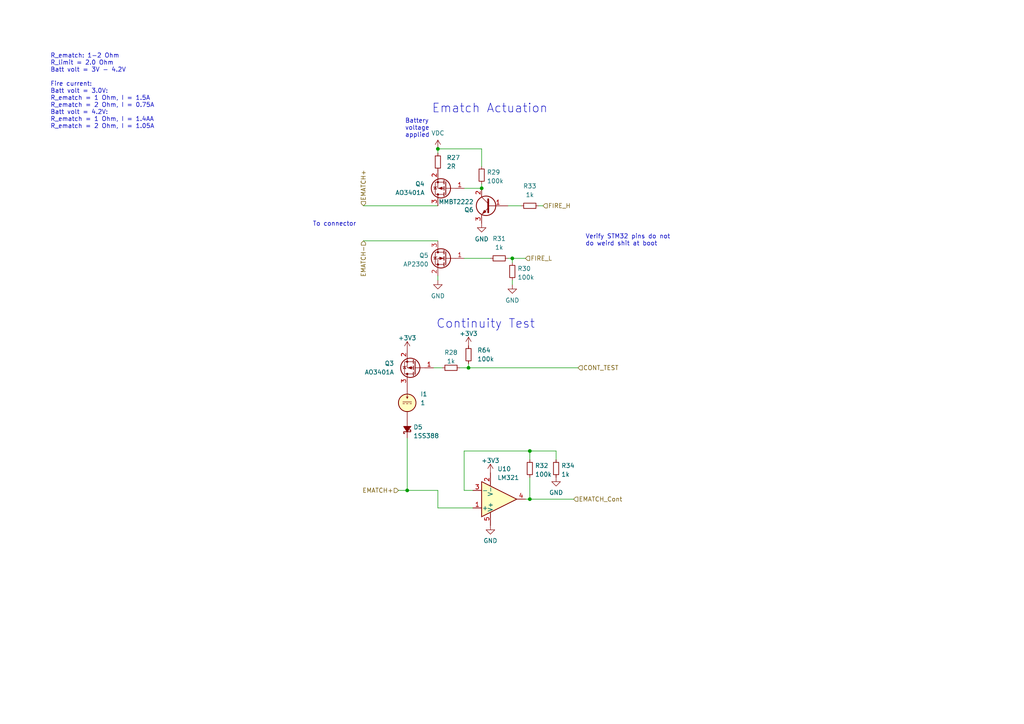
<source format=kicad_sch>
(kicad_sch (version 20211123) (generator eeschema)
  (paper "A4")
  (lib_symbols
    (symbol "Amplifier_Operational:LM321" (pin_names (offset 0.127))
      (property "Reference" "U" (at 0 7.62 0))
      (property "Value" "LM321" (at 0 5.08 0))
      (symbol "LM321_0_1"
        (polyline (pts (xy -5.08 5.08) (xy 5.08 0) (xy -5.08 -5.08) (xy -5.08 5.08)) (stroke (width 0.254)) (fill (type background)))
      )
      (symbol "LM321_1_1"
        (pin input line (at -7.62 2.54 0) (length 2.54) (name "+") (number "1"))
        (pin power_in line (at -2.54 -7.62 90) (length 3.81) (name "V-") (number "2"))
        (pin input line (at -7.62 -2.54 0) (length 2.54) (name "-") (number "3"))
        (pin output line (at 7.62 0 180) (length 2.54) (name "~") (number "4"))
        (pin power_in line (at -2.54 7.62 270) (length 3.81) (name "V+") (number "5"))
      )
    )
    (symbol "Device:D_Schottky_Small_Filled" (pin_numbers hide) (pin_names (offset 0.254) hide)
      (property "Reference" "D" (at -1.27 2.032 0))
      (property "Value" "D_Schottky_Small_Filled" (at -7.112 -2.032 0))
      (symbol "D_Schottky_Small_Filled_0_1"
        (polyline (pts (xy -0.762 0) (xy 0.762 0)))
        (polyline (pts (xy 0.762 -1.016) (xy -0.762 0) (xy 0.762 1.016) (xy 0.762 -1.016)) (stroke (width 0.254)) (fill (type outline)))
        (polyline (pts (xy -1.27 0.762) (xy -1.27 1.016) (xy -0.762 1.016) (xy -0.762 -1.016) (xy -0.254 -1.016) (xy -0.254 -0.762)) (stroke (width 0.254)))
      )
      (symbol "D_Schottky_Small_Filled_1_1"
        (pin passive line (at -2.54 0 0) (length 1.778) (name "K") (number "1"))
        (pin passive line (at 2.54 0 180) (length 1.778) (name "A") (number "2"))
      )
    )
    (symbol "Device:Q_NPN_BCE" (pin_names (offset 0) hide)
      (property "Reference" "Q" (at 5.08 1.27 0))
      (property "Value" "Q_NPN_BCE" (at 5.08 -1.27 0))
      (symbol "Q_NPN_BCE_0_1"
        (polyline (pts (xy 0.635 0.635) (xy 2.54 2.54)))
        (polyline (pts (xy 0.635 -0.635) (xy 2.54 -2.54) (xy 2.54 -2.54)))
        (polyline (pts (xy 0.635 1.905) (xy 0.635 -1.905) (xy 0.635 -1.905)) (stroke (width 0.508)))
        (polyline (pts (xy 1.27 -1.778) (xy 1.778 -1.27) (xy 2.286 -2.286) (xy 1.27 -1.778) (xy 1.27 -1.778)) (fill (type outline)))
        (circle (center 1.27 0) (radius 2.8194) (stroke (width 0.254)))
      )
      (symbol "Q_NPN_BCE_1_1"
        (pin input line (at -5.08 0 0) (length 5.715) (name "B") (number "1"))
        (pin passive line (at 2.54 5.08 270) (length 2.54) (name "C") (number "2"))
        (pin passive line (at 2.54 -5.08 90) (length 2.54) (name "E") (number "3"))
      )
    )
    (symbol "Device:R_Small" (pin_numbers hide) (pin_names (offset 0.254) hide)
      (property "Reference" "R" (at 0.762 0.508 0))
      (property "Value" "R_Small" (at 0.762 -1.016 0))
      (symbol "R_Small_0_1"
        (rectangle (start -0.762 1.778) (end 0.762 -1.778) (stroke (width 0.2032)))
      )
      (symbol "R_Small_1_1"
        (pin passive line (at 0 2.54 270) (length 0.762) (name "~") (number "1"))
        (pin passive line (at 0 -2.54 90) (length 0.762) (name "~") (number "2"))
      )
    )
    (symbol "Simulation_SPICE:IDC" (pin_numbers hide) (pin_names (offset 0.0254))
      (property "Reference" "I" (at 2.54 2.54 0))
      (property "Value" "IDC" (at 2.54 0 0))
      (property "Spice_Model" "dc(1)" (at 2.54 -2.54 0))
      (symbol "IDC_0_0"
        (polyline (pts (xy -1.27 0.254) (xy 1.27 0.254)))
        (polyline (pts (xy -0.762 -0.254) (xy -1.27 -0.254)))
        (polyline (pts (xy 0.254 -0.254) (xy -0.254 -0.254)))
        (polyline (pts (xy 1.27 -0.254) (xy 0.762 -0.254)))
      )
      (symbol "IDC_0_1"
        (polyline (pts (xy 0 1.27) (xy 0 2.286)))
        (polyline (pts (xy -0.254 1.778) (xy 0 1.27) (xy 0.254 1.778)))
        (circle (center 0 0) (radius 2.54) (stroke (width 0.254)) (fill (type background)))
      )
      (symbol "IDC_1_1"
        (pin passive line (at 0 5.08 270) (length 2.54) (name "~") (number "1"))
        (pin passive line (at 0 -5.08 90) (length 2.54) (name "~") (number "2"))
      )
    )
    (symbol "Transistor_FET:2N7002E" (pin_names hide)
      (property "Reference" "Q" (at 5.08 1.905 0))
      (property "Value" "2N7002E" (at 5.08 0 0))
      (symbol "2N7002E_0_1"
        (polyline (pts (xy 0.254 0) (xy -2.54 0)))
        (polyline (pts (xy 0.254 1.905) (xy 0.254 -1.905)) (stroke (width 0.254)))
        (polyline (pts (xy 0.762 -1.27) (xy 0.762 -2.286)) (stroke (width 0.254)))
        (polyline (pts (xy 0.762 0.508) (xy 0.762 -0.508)) (stroke (width 0.254)))
        (polyline (pts (xy 0.762 2.286) (xy 0.762 1.27)) (stroke (width 0.254)))
        (polyline (pts (xy 2.54 2.54) (xy 2.54 1.778)))
        (polyline (pts (xy 2.54 -2.54) (xy 2.54 0) (xy 0.762 0)))
        (polyline (pts (xy 0.762 -1.778) (xy 3.302 -1.778) (xy 3.302 1.778) (xy 0.762 1.778)))
        (polyline (pts (xy 1.016 0) (xy 2.032 0.381) (xy 2.032 -0.381) (xy 1.016 0)) (fill (type outline)))
        (polyline (pts (xy 2.794 0.508) (xy 2.921 0.381) (xy 3.683 0.381) (xy 3.81 0.254)))
        (polyline (pts (xy 3.302 0.381) (xy 2.921 -0.254) (xy 3.683 -0.254) (xy 3.302 0.381)))
        (circle (center 1.651 0) (radius 2.794) (stroke (width 0.254)))
        (circle (center 2.54 -1.778) (radius 0.254) (fill (type outline)))
        (circle (center 2.54 1.778) (radius 0.254) (fill (type outline)))
      )
      (symbol "2N7002E_1_1"
        (pin input line (at -5.08 0 0) (length 2.54) (name "G") (number "1"))
        (pin passive line (at 2.54 -5.08 90) (length 2.54) (name "S") (number "2"))
        (pin passive line (at 2.54 5.08 270) (length 2.54) (name "D") (number "3"))
      )
    )
    (symbol "Transistor_FET:AO3401A" (pin_names hide)
      (property "Reference" "Q" (at 5.08 1.905 0))
      (property "Value" "AO3401A" (at 5.08 0 0))
      (symbol "AO3401A_0_1"
        (polyline (pts (xy 0.254 0) (xy -2.54 0)))
        (polyline (pts (xy 0.254 1.905) (xy 0.254 -1.905)) (stroke (width 0.254)))
        (polyline (pts (xy 0.762 -1.27) (xy 0.762 -2.286)) (stroke (width 0.254)))
        (polyline (pts (xy 0.762 0.508) (xy 0.762 -0.508)) (stroke (width 0.254)))
        (polyline (pts (xy 0.762 2.286) (xy 0.762 1.27)) (stroke (width 0.254)))
        (polyline (pts (xy 2.54 2.54) (xy 2.54 1.778)))
        (polyline (pts (xy 2.54 -2.54) (xy 2.54 0) (xy 0.762 0)))
        (polyline (pts (xy 0.762 1.778) (xy 3.302 1.778) (xy 3.302 -1.778) (xy 0.762 -1.778)))
        (polyline (pts (xy 2.286 0) (xy 1.27 0.381) (xy 1.27 -0.381) (xy 2.286 0)) (fill (type outline)))
        (polyline (pts (xy 2.794 -0.508) (xy 2.921 -0.381) (xy 3.683 -0.381) (xy 3.81 -0.254)))
        (polyline (pts (xy 3.302 -0.381) (xy 2.921 0.254) (xy 3.683 0.254) (xy 3.302 -0.381)))
        (circle (center 1.651 0) (radius 2.794) (stroke (width 0.254)))
        (circle (center 2.54 -1.778) (radius 0.254) (fill (type outline)))
        (circle (center 2.54 1.778) (radius 0.254) (fill (type outline)))
      )
      (symbol "AO3401A_1_1"
        (pin input line (at -5.08 0 0) (length 2.54) (name "G") (number "1"))
        (pin passive line (at 2.54 -5.08 90) (length 2.54) (name "S") (number "2"))
        (pin passive line (at 2.54 5.08 270) (length 2.54) (name "D") (number "3"))
      )
    )
    (symbol "power:+3.3V" (power) (pin_names (offset 0))
      (property "Value" "+3.3V" (at 0 3.556 0))
      (symbol "+3.3V_0_1"
        (polyline (pts (xy -0.762 1.27) (xy 0 2.54)))
        (polyline (pts (xy 0 0) (xy 0 2.54)))
        (polyline (pts (xy 0 2.54) (xy 0.762 1.27)))
      )
      (symbol "+3.3V_1_1"
        (pin power_in line (at 0 0 90) (length 0) hide (name "+3V3") (number "1"))
      )
    )
    (symbol "power:GND" (power) (pin_names (offset 0))
      (property "Value" "GND" (at 0 -3.81 0))
      (symbol "GND_0_1"
        (polyline (pts (xy 0 0) (xy 0 -1.27) (xy 1.27 -1.27) (xy 0 -2.54) (xy -1.27 -1.27) (xy 0 -1.27)))
      )
      (symbol "GND_1_1"
        (pin power_in line (at 0 0 270) (length 0) hide (name "GND") (number "1"))
      )
    )
    (symbol "power:VDC" (power) (pin_names (offset 0))
      (property "Value" "VDC" (at 0 6.35 0))
      (symbol "VDC_0_1"
        (polyline (pts (xy -0.762 1.27) (xy 0 2.54)))
        (polyline (pts (xy 0 0) (xy 0 2.54)))
        (polyline (pts (xy 0 2.54) (xy 0.762 1.27)))
      )
      (symbol "VDC_1_1"
        (pin power_in line (at 0 0 90) (length 0) hide (name "VDC") (number "1"))
      )
    )
  )
  (junction (at 127 43.18))
  (junction (at 153.67 130.81))
  (junction (at 148.59 74.93))
  (junction (at 118.11 142.24))
  (junction (at 135.89 106.68))
  (junction (at 139.7 54.61))
  (junction (at 153.67 144.78))
  (wire (pts (xy 153.67 144.78) (xy 166.37 144.78)))
  (wire (pts (xy 127 147.32) (xy 127 142.24)))
  (wire (pts (xy 137.16 142.24) (xy 134.62 142.24)))
  (wire (pts (xy 147.32 59.69) (xy 151.13 59.69)))
  (wire (pts (xy 153.67 130.81) (xy 153.67 133.35)))
  (wire (pts (xy 105.41 59.69) (xy 127 59.69)))
  (wire (pts (xy 139.7 43.18) (xy 139.7 48.26)))
  (wire (pts (xy 105.41 69.85) (xy 127 69.85)))
  (wire (pts (xy 135.89 105.41) (xy 135.89 106.68)))
  (wire (pts (xy 153.67 130.81) (xy 161.29 130.81)))
  (wire (pts (xy 127 142.24) (xy 118.11 142.24)))
  (wire (pts (xy 127 43.18) (xy 127 44.45)))
  (wire (pts (xy 137.16 147.32) (xy 127 147.32)))
  (wire (pts (xy 118.11 127) (xy 118.11 142.24)))
  (wire (pts (xy 134.62 74.93) (xy 142.24 74.93)))
  (wire (pts (xy 134.62 130.81) (xy 153.67 130.81)))
  (wire (pts (xy 115.57 142.24) (xy 118.11 142.24)))
  (wire (pts (xy 127 80.01) (xy 127 81.28)))
  (wire (pts (xy 148.59 81.28) (xy 148.59 82.55)))
  (wire (pts (xy 127 43.18) (xy 139.7 43.18)))
  (wire (pts (xy 161.29 130.81) (xy 161.29 133.35)))
  (wire (pts (xy 147.32 74.93) (xy 148.59 74.93)))
  (wire (pts (xy 152.4 144.78) (xy 153.67 144.78)))
  (wire (pts (xy 153.67 138.43) (xy 153.67 144.78)))
  (wire (pts (xy 139.7 53.34) (xy 139.7 54.61)))
  (wire (pts (xy 156.21 59.69) (xy 157.48 59.69)))
  (wire (pts (xy 133.35 106.68) (xy 135.89 106.68)))
  (wire (pts (xy 148.59 74.93) (xy 152.4 74.93)))
  (wire (pts (xy 134.62 54.61) (xy 139.7 54.61)))
  (wire (pts (xy 134.62 142.24) (xy 134.62 130.81)))
  (wire (pts (xy 125.73 106.68) (xy 128.27 106.68)))
  (wire (pts (xy 148.59 74.93) (xy 148.59 76.2)))
  (wire (pts (xy 135.89 106.68) (xy 167.64 106.68)))
  (text "Continuity Test" (at 126.492 95.504 0) (effects (font (size 2.54 2.54)) (justify left bottom)))
  (text "Verify STM32 pins do not\ndo weird shit at boot" (at 169.799 71.501 0) (effects (font (size 1.27 1.27)) (justify left bottom)))
  (text "Battery \nvoltage \napplied" (at 117.475 40.005 0) (effects (font (size 1.27 1.27)) (justify left bottom)))
  (text "R_ematch: 1-2 Ohm\nR_limit = 2.0 Ohm\nBatt volt = 3V - 4.2V\n\nFire current:\nBatt volt = 3.0V: \nR_ematch = 1 Ohm, I = 1.5A\nR_ematch = 2 Ohm, I = 0.75A\nBatt volt = 4.2V:\nR_ematch = 1 Ohm, I = 1.4AA\nR_ematch = 2 Ohm, I = 1.05A\n" (at 14.605 37.465 0) (effects (font (size 1.27 1.27)) (justify left bottom)))
  (text "To connector" (at 90.678 65.786 0) (effects (font (size 1.27 1.27)) (justify left bottom)))
  (text "Ematch Actuation" (at 125.222 33.02 0) (effects (font (size 2.54 2.54)) (justify left bottom)))
  (hierarchical_label "FIRE_H" (shape input) (at 157.48 59.69 0))
  (hierarchical_label "EMATCH_Cont" (shape input) (at 166.37 144.78 0))
  (hierarchical_label "EMATCH-" (shape input) (at 105.41 69.85 270))
  (hierarchical_label "EMATCH+" (shape input) (at 115.57 142.24 180))
  (hierarchical_label "CONT_TEST" (shape input) (at 167.64 106.68 0))
  (hierarchical_label "EMATCH+" (shape input) (at 105.41 59.69 90))
  (hierarchical_label "FIRE_L" (shape input) (at 152.4 74.93 0))
  (symbol (lib_id "Device:R_Small") (at 161.29 135.89 180)
    (property "Reference" "R34" (at 162.7886 135.0553 0) (effects (justify right)))
    (property "Value" "1k" (at 162.7886 137.5922 0) (effects (justify right)))
    (property "Footprint" "Resistor_SMD:R_0603_1608Metric" (effects hide))
  )
  (symbol (lib_id "power:GND") (at 148.59 82.55 0)
    (property "Reference" "#PWR0160" (effects hide))
    (property "Value" "GND" (at 148.59 87.1126 0))
  )
  (symbol (lib_id "Device:R_Small") (at 135.89 102.87 180)
    (property "Reference" "R64" (at 138.43 101.5999 0) (effects (justify right)))
    (property "Value" "100k" (at 138.43 104.1399 0) (effects (justify right)))
    (property "Footprint" "Resistor_SMD:R_0603_1608Metric" (effects hide))
  )
  (symbol (lib_id "power:GND") (at 161.29 138.43 0)
    (property "Reference" "#PWR0164" (effects hide))
    (property "Value" "GND" (at 161.29 142.8734 0))
  )
  (symbol (lib_id "Transistor_FET:AO3401A") (at 120.65 106.68 180)
    (property "Reference" "Q3" (at 114.3 105.4099 0) (effects (justify left)))
    (property "Value" "AO3401A" (at 114.3 107.9499 0) (effects (justify left)))
    (property "Footprint" "Package_TO_SOT_SMD:SOT-23" (effects hide))
    (property "Datasheet" "http://www.aosmd.com/pdfs/datasheet/AO3401A.pdf" (effects hide))
  )
  (symbol (lib_id "Transistor_FET:2N7002E") (at 129.54 74.93 0) (mirror y)
    (property "Reference" "Q5" (at 124.3331 74.0953 0) (effects (justify left)))
    (property "Value" "AP2300" (at 124.3331 76.6322 0) (effects (justify left)))
    (property "Footprint" "Package_TO_SOT_SMD:SOT-23" (effects hide))
    (property "Datasheet" "https://datasheet.lcsc.com/lcsc/1912111437_ALLPOWER-ShenZhen-Quan-Li-Semiconductor-AP2300_C360338.pdf" (effects hide))
  )
  (symbol (lib_id "power:GND") (at 142.24 152.4 0)
    (property "Reference" "#PWR0162" (effects hide))
    (property "Value" "GND" (at 142.24 156.8434 0))
  )
  (symbol (lib_id "power:VDC") (at 127 43.18 0)
    (property "Reference" "#PWR0159" (effects hide))
    (property "Value" "VDC" (at 127 38.608 0))
  )
  (symbol (lib_id "Amplifier_Operational:LM321") (at 144.78 144.78 0) (mirror x)
    (property "Reference" "U10" (at 144.2594 136.0002 0) (effects (justify left)))
    (property "Value" "LM321" (at 144.2594 138.5371 0) (effects (justify left)))
    (property "Footprint" "Package_TO_SOT_SMD:SOT-23-5" (effects hide))
    (property "Datasheet" "http://www.ti.com/lit/ds/symlink/lm321.pdf" (effects hide))
  )
  (symbol (lib_id "Device:R_Small") (at 144.78 74.93 90)
    (property "Reference" "R31" (at 144.78 69.215 90))
    (property "Value" "1k" (at 144.78 71.755 90))
    (property "Footprint" "Resistor_SMD:R_0603_1608Metric" (effects hide))
  )
  (symbol (lib_id "Device:R_Small") (at 153.67 135.89 180)
    (property "Reference" "R32" (at 155.1686 135.0553 0) (effects (justify right)))
    (property "Value" "100k" (at 155.1686 137.5922 0) (effects (justify right)))
    (property "Footprint" "Resistor_SMD:R_0603_1608Metric" (effects hide))
  )
  (symbol (lib_id "power:+3.3V") (at 142.24 137.16 0)
    (property "Reference" "#PWR0163" (effects hide))
    (property "Value" "+3.3V" (at 142.24 133.5842 0))
  )
  (symbol (lib_id "Transistor_FET:AO3401A") (at 129.54 54.61 180)
    (property "Reference" "Q4" (at 123.19 53.3399 0) (effects (justify left)))
    (property "Value" "AO3401A" (at 123.19 55.8799 0) (effects (justify left)))
    (property "Footprint" "Package_TO_SOT_SMD:SOT-23" (effects hide))
    (property "Datasheet" "http://www.aosmd.com/pdfs/datasheet/AO3401A.pdf" (effects hide))
  )
  (symbol (lib_id "Device:R_Small") (at 139.7 50.8 180)
    (property "Reference" "R29" (at 141.1986 49.9653 0) (effects (justify right)))
    (property "Value" "100k" (at 141.1986 52.5022 0) (effects (justify right)))
    (property "Footprint" "Resistor_SMD:R_0603_1608Metric" (effects hide))
  )
  (symbol (lib_id "Device:R_Small") (at 153.67 59.69 90)
    (property "Reference" "R33" (at 153.67 53.975 90))
    (property "Value" "1k" (at 153.67 56.515 90))
    (property "Footprint" "Resistor_SMD:R_0603_1608Metric" (effects hide))
  )
  (symbol (lib_id "Device:R_Small") (at 148.59 78.74 180)
    (property "Reference" "R30" (at 150.0886 77.9053 0) (effects (justify right)))
    (property "Value" "100k" (at 150.0886 80.4422 0) (effects (justify right)))
    (property "Footprint" "Resistor_SMD:R_0603_1608Metric" (effects hide))
  )
  (symbol (lib_id "power:GND") (at 127 81.28 0)
    (property "Reference" "#PWR0158" (effects hide))
    (property "Value" "GND" (at 127 85.8426 0))
  )
  (symbol (lib_id "power:GND") (at 139.7 64.77 0)
    (property "Reference" "#PWR0146" (effects hide))
    (property "Value" "GND" (at 139.7 69.3326 0))
  )
  (symbol (lib_id "Device:D_Schottky_Small_Filled") (at 118.11 124.46 90)
    (property "Reference" "D5" (at 119.888 123.8793 90) (effects (justify right)))
    (property "Value" "1SS388" (at 119.888 126.4162 90) (effects (justify right)))
    (property "Footprint" "Diode_SMD:D_SOD-523" (effects hide))
    (property "Datasheet" "https://datasheet.lcsc.com/lcsc/2204061830_TECH-PUBLIC-1SS388_C2987059.pdf" (effects hide))
    (property "LCSC#" "C2987059" (effects hide))
  )
  (symbol (lib_id "Device:R_Small") (at 130.81 106.68 90)
    (property "Reference" "R28" (at 130.81 102.2436 90))
    (property "Value" "1k" (at 130.81 104.7805 90))
    (property "Footprint" "Resistor_SMD:R_0603_1608Metric" (effects hide))
  )
  (symbol (lib_id "Simulation_SPICE:IDC") (at 118.11 116.84 0) (mirror y)
    (property "Reference" "I1" (at 121.92 114.2999 0) (effects (justify right)))
    (property "Value" "AL5809-30S1-7" (at 121.92 116.8399 0) (effects (justify right)))
    (property "Footprint" "Diode_SMD:D_SOD-123" (effects hide))
    (property "Datasheet" "https://datasheet.lcsc.com/lcsc/1809290411_Diodes-Incorporated-AL5809-30S1-7_C151325.pdf" (effects hide))
    (property "Spice_Netlist_Enabled" "Y" (effects hide))
    (property "Spice_Primitive" "I" (effects hide))
    (property "Spice_Model" "dc(1)" (at 121.92 119.3799 0) (effects (justify right)))
  )
  (symbol (lib_id "Device:Q_NPN_BCE") (at 142.24 59.69 0) (mirror y)
    (property "Reference" "Q6" (at 137.3886 60.8584 0) (effects (justify left)))
    (property "Value" "MMBT2222" (at 137.3886 58.547 0) (effects (justify left)))
    (property "Footprint" "Package_TO_SOT_SMD:SOT-23" (effects hide))
    (property "Datasheet" "chrome-extension://efaidnbmnnnibpcajpcglclefindmkaj/https://www.onsemi.com/pdf/datasheet/mmbt2222lt1-d.pdf" (effects hide))
  )
  (symbol (lib_id "power:+3.3V") (at 135.89 100.33 0)
    (property "Reference" "#PWR0225" (effects hide))
    (property "Value" "+3.3V" (at 135.89 96.7542 0))
  )
  (symbol (lib_id "power:+3.3V") (at 118.11 101.6 0)
    (property "Reference" "#PWR0161" (effects hide))
    (property "Value" "+3.3V" (at 118.11 98.0242 0))
  )
  (symbol (lib_id "Device:R_Small") (at 127 46.99 0)
    (property "Reference" "R27" (at 129.54 45.7199 0) (effects (justify left)))
    (property "Value" "2R" (at 129.54 48.2599 0) (effects (justify left)))
    (property "Footprint" "Resistor_SMD:R_2512_6332Metric" (effects hide))
    (property "Datasheet" "https://lcsc.com/product-detail/Chip-span-style-background-color-ff0-Resistor-span-Surface-Mount_UNI-ROYAL-Uniroyal-Elec-HP122WF200KT4E_C91926.html" (effects hide))
    (property "LCSC#" "C91926" (effects hide))
  )
)
</source>
